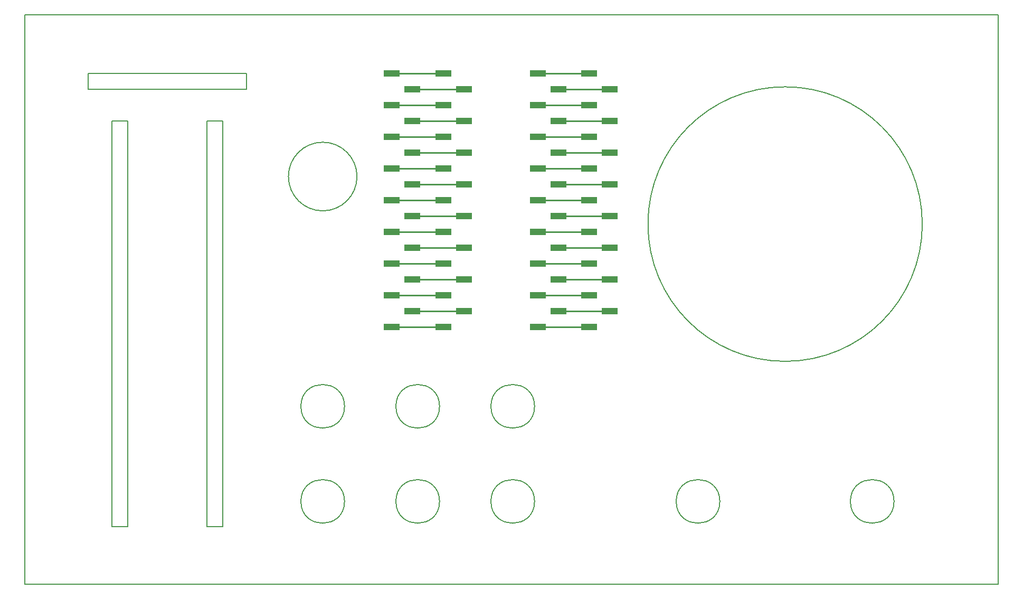
<source format=gbr>
G04 #@! TF.GenerationSoftware,KiCad,Pcbnew,5.0.0-fee4fd1~66~ubuntu18.04.1*
G04 #@! TF.CreationDate,2018-09-21T23:05:29+02:00*
G04 #@! TF.ProjectId,Top,546F702E6B696361645F706362000000,rev?*
G04 #@! TF.SameCoordinates,Original*
G04 #@! TF.FileFunction,Copper,L2,Bot,Signal*
G04 #@! TF.FilePolarity,Positive*
%FSLAX46Y46*%
G04 Gerber Fmt 4.6, Leading zero omitted, Abs format (unit mm)*
G04 Created by KiCad (PCBNEW 5.0.0-fee4fd1~66~ubuntu18.04.1) date Fri Sep 21 23:05:29 2018*
%MOMM*%
%LPD*%
G01*
G04 APERTURE LIST*
G04 #@! TA.AperFunction,NonConductor*
%ADD10C,0.200000*%
G04 #@! TD*
G04 #@! TA.AperFunction,SMDPad,CuDef*
%ADD11R,2.510000X1.000000*%
G04 #@! TD*
G04 #@! TA.AperFunction,Conductor*
%ADD12C,0.250000*%
G04 #@! TD*
G04 APERTURE END LIST*
D10*
X228290000Y-142240000D02*
G75*
G03X228290000Y-142240000I-3500000J0D01*
G01*
X200350000Y-142240000D02*
G75*
G03X200350000Y-142240000I-3500000J0D01*
G01*
X102870000Y-81280000D02*
X102870000Y-146280000D01*
X105410000Y-146280000D02*
X105410000Y-81280000D01*
X118110000Y-81280000D02*
X118110000Y-146280000D01*
X120650000Y-81280000D02*
X120650000Y-146280000D01*
X99060000Y-73660000D02*
X124460000Y-73660000D01*
X99060000Y-76200000D02*
X99060000Y-73660000D01*
X124460000Y-76200000D02*
X99060000Y-76200000D01*
X124460000Y-73660000D02*
X124460000Y-76200000D01*
X142152000Y-90170000D02*
G75*
G03X142152000Y-90170000I-5500000J0D01*
G01*
X170632000Y-142240000D02*
G75*
G03X170632000Y-142240000I-3500000J0D01*
G01*
X170632000Y-127000000D02*
G75*
G03X170632000Y-127000000I-3500000J0D01*
G01*
X155392000Y-127000000D02*
G75*
G03X155392000Y-127000000I-3500000J0D01*
G01*
X155392000Y-142240000D02*
G75*
G03X155392000Y-142240000I-3500000J0D01*
G01*
X140152000Y-142240000D02*
G75*
G03X140152000Y-142240000I-3500000J0D01*
G01*
X140152000Y-127000000D02*
G75*
G03X140152000Y-127000000I-3500000J0D01*
G01*
X102870000Y-81280000D02*
X105410000Y-81280000D01*
X120650000Y-81280000D02*
X118110000Y-81280000D01*
X105410000Y-146280000D02*
X102870000Y-146280000D01*
X118110000Y-146280000D02*
X120650000Y-146280000D01*
X232820000Y-97790000D02*
G75*
G03X232820000Y-97790000I-22000000J0D01*
G01*
X88900000Y-64300000D02*
X88900000Y-155500000D01*
X245000000Y-64262000D02*
X88900000Y-64262000D01*
X245000000Y-155500000D02*
X245000000Y-64300000D01*
X88900000Y-155500000D02*
X245000000Y-155500000D01*
D11*
G04 #@! TO.P,J2,1*
G04 #@! TO.N,N/C*
X179390000Y-114320000D03*
G04 #@! TO.P,J2,3*
X179390000Y-109240000D03*
G04 #@! TO.P,J2,5*
X179390000Y-104160000D03*
G04 #@! TO.P,J2,7*
X179390000Y-99080000D03*
G04 #@! TO.P,J2,9*
X179390000Y-94000000D03*
G04 #@! TO.P,J2,11*
X179390000Y-88920000D03*
G04 #@! TO.P,J2,13*
X179390000Y-83840000D03*
G04 #@! TO.P,J2,15*
X179390000Y-78760000D03*
G04 #@! TO.P,J2,17*
X179390000Y-73680000D03*
G04 #@! TO.P,J2,2*
X182700000Y-111780000D03*
G04 #@! TO.P,J2,4*
X182700000Y-106700000D03*
G04 #@! TO.P,J2,6*
X182700000Y-101620000D03*
G04 #@! TO.P,J2,8*
X182700000Y-96540000D03*
G04 #@! TO.P,J2,10*
X182700000Y-91460000D03*
G04 #@! TO.P,J2,12*
X182700000Y-86380000D03*
G04 #@! TO.P,J2,14*
X182700000Y-81300000D03*
G04 #@! TO.P,J2,16*
X182700000Y-76220000D03*
G04 #@! TD*
G04 #@! TO.P,J3,1*
G04 #@! TO.N,N/C*
X147697000Y-114300000D03*
G04 #@! TO.P,J3,3*
X147697000Y-109220000D03*
G04 #@! TO.P,J3,5*
X147697000Y-104140000D03*
G04 #@! TO.P,J3,7*
X147697000Y-99060000D03*
G04 #@! TO.P,J3,9*
X147697000Y-93980000D03*
G04 #@! TO.P,J3,11*
X147697000Y-88900000D03*
G04 #@! TO.P,J3,13*
X147697000Y-83820000D03*
G04 #@! TO.P,J3,15*
X147697000Y-78740000D03*
G04 #@! TO.P,J3,17*
X147697000Y-73660000D03*
G04 #@! TO.P,J3,2*
X151007000Y-111760000D03*
G04 #@! TO.P,J3,4*
X151007000Y-106680000D03*
G04 #@! TO.P,J3,6*
X151007000Y-101600000D03*
G04 #@! TO.P,J3,8*
X151007000Y-96520000D03*
G04 #@! TO.P,J3,10*
X151007000Y-91440000D03*
G04 #@! TO.P,J3,12*
X151007000Y-86360000D03*
G04 #@! TO.P,J3,14*
X151007000Y-81280000D03*
G04 #@! TO.P,J3,16*
X151007000Y-76200000D03*
G04 #@! TD*
G04 #@! TO.P,J1,16*
G04 #@! TO.N,N/C*
X174505000Y-76220000D03*
G04 #@! TO.P,J1,14*
X174505000Y-81300000D03*
G04 #@! TO.P,J1,12*
X174505000Y-86380000D03*
G04 #@! TO.P,J1,10*
X174505000Y-91460000D03*
G04 #@! TO.P,J1,8*
X174505000Y-96540000D03*
G04 #@! TO.P,J1,6*
X174505000Y-101620000D03*
G04 #@! TO.P,J1,4*
X174505000Y-106700000D03*
G04 #@! TO.P,J1,2*
X174505000Y-111780000D03*
G04 #@! TO.P,J1,17*
X171195000Y-73680000D03*
G04 #@! TO.P,J1,15*
X171195000Y-78760000D03*
G04 #@! TO.P,J1,13*
X171195000Y-83840000D03*
G04 #@! TO.P,J1,11*
X171195000Y-88920000D03*
G04 #@! TO.P,J1,9*
X171195000Y-94000000D03*
G04 #@! TO.P,J1,7*
X171195000Y-99080000D03*
G04 #@! TO.P,J1,5*
X171195000Y-104160000D03*
G04 #@! TO.P,J1,3*
X171195000Y-109240000D03*
G04 #@! TO.P,J1,1*
X171195000Y-114320000D03*
G04 #@! TD*
G04 #@! TO.P,J2,16*
G04 #@! TO.N,N/C*
X159305000Y-76220000D03*
G04 #@! TO.P,J2,14*
X159305000Y-81300000D03*
G04 #@! TO.P,J2,12*
X159305000Y-86380000D03*
G04 #@! TO.P,J2,10*
X159305000Y-91460000D03*
G04 #@! TO.P,J2,8*
X159305000Y-96540000D03*
G04 #@! TO.P,J2,6*
X159305000Y-101620000D03*
G04 #@! TO.P,J2,4*
X159305000Y-106700000D03*
G04 #@! TO.P,J2,2*
X159305000Y-111780000D03*
G04 #@! TO.P,J2,17*
X155995000Y-73680000D03*
G04 #@! TO.P,J2,15*
X155995000Y-78760000D03*
G04 #@! TO.P,J2,13*
X155995000Y-83840000D03*
G04 #@! TO.P,J2,11*
X155995000Y-88920000D03*
G04 #@! TO.P,J2,9*
X155995000Y-94000000D03*
G04 #@! TO.P,J2,7*
X155995000Y-99080000D03*
G04 #@! TO.P,J2,5*
X155995000Y-104160000D03*
G04 #@! TO.P,J2,3*
X155995000Y-109240000D03*
G04 #@! TO.P,J2,1*
X155995000Y-114320000D03*
G04 #@! TD*
D12*
G04 #@! TO.N,*
X155975000Y-73660000D02*
X155995000Y-73680000D01*
X147697000Y-73660000D02*
X155975000Y-73660000D01*
X159285000Y-76200000D02*
X159305000Y-76220000D01*
X151007000Y-76200000D02*
X159285000Y-76200000D01*
X147717000Y-78760000D02*
X147697000Y-78740000D01*
X155995000Y-78760000D02*
X147717000Y-78760000D01*
X159285000Y-81280000D02*
X159305000Y-81300000D01*
X151007000Y-81280000D02*
X159285000Y-81280000D01*
X147717000Y-83840000D02*
X147697000Y-83820000D01*
X155995000Y-83840000D02*
X147717000Y-83840000D01*
X159285000Y-86360000D02*
X159305000Y-86380000D01*
X151007000Y-86360000D02*
X159285000Y-86360000D01*
X147717000Y-88920000D02*
X147697000Y-88900000D01*
X155995000Y-88920000D02*
X147717000Y-88920000D01*
X159285000Y-91440000D02*
X159305000Y-91460000D01*
X151007000Y-91440000D02*
X159285000Y-91440000D01*
X147717000Y-94000000D02*
X147697000Y-93980000D01*
X155995000Y-94000000D02*
X147717000Y-94000000D01*
X172700000Y-73680000D02*
X179390000Y-73680000D01*
X171195000Y-73680000D02*
X172700000Y-73680000D01*
X182700000Y-76220000D02*
X174505000Y-76220000D01*
X172700000Y-78760000D02*
X179390000Y-78760000D01*
X171195000Y-78760000D02*
X172700000Y-78760000D01*
X176010000Y-81300000D02*
X182700000Y-81300000D01*
X174505000Y-81300000D02*
X176010000Y-81300000D01*
X179390000Y-83840000D02*
X171195000Y-83840000D01*
X174505000Y-86380000D02*
X182700000Y-86380000D01*
X179390000Y-88920000D02*
X171195000Y-88920000D01*
X174505000Y-91460000D02*
X182700000Y-91460000D01*
X179390000Y-94000000D02*
X171195000Y-94000000D01*
X174505000Y-96540000D02*
X182700000Y-96540000D01*
X177885000Y-99080000D02*
X171195000Y-99080000D01*
X179390000Y-99080000D02*
X177885000Y-99080000D01*
X174505000Y-101620000D02*
X182700000Y-101620000D01*
X179390000Y-104160000D02*
X171195000Y-104160000D01*
X155975000Y-99060000D02*
X155995000Y-99080000D01*
X147697000Y-99060000D02*
X155975000Y-99060000D01*
X159285000Y-96520000D02*
X159305000Y-96540000D01*
X151007000Y-96520000D02*
X159285000Y-96520000D01*
X159285000Y-101600000D02*
X159305000Y-101620000D01*
X151007000Y-101600000D02*
X159285000Y-101600000D01*
X155975000Y-104140000D02*
X155995000Y-104160000D01*
X147697000Y-104140000D02*
X155975000Y-104140000D01*
X159285000Y-106680000D02*
X159305000Y-106700000D01*
X151007000Y-106680000D02*
X159285000Y-106680000D01*
X147717000Y-109240000D02*
X147697000Y-109220000D01*
X155995000Y-109240000D02*
X147717000Y-109240000D01*
X159285000Y-111760000D02*
X159305000Y-111780000D01*
X151007000Y-111760000D02*
X159285000Y-111760000D01*
X171950000Y-109240000D02*
X179390000Y-109240000D01*
X171195000Y-109240000D02*
X171950000Y-109240000D01*
X182700000Y-106700000D02*
X174505000Y-106700000D01*
X174505000Y-111780000D02*
X182700000Y-111780000D01*
X179390000Y-114320000D02*
X171195000Y-114320000D01*
X147717000Y-114320000D02*
X147697000Y-114300000D01*
X155995000Y-114320000D02*
X147717000Y-114320000D01*
G04 #@! TD*
M02*

</source>
